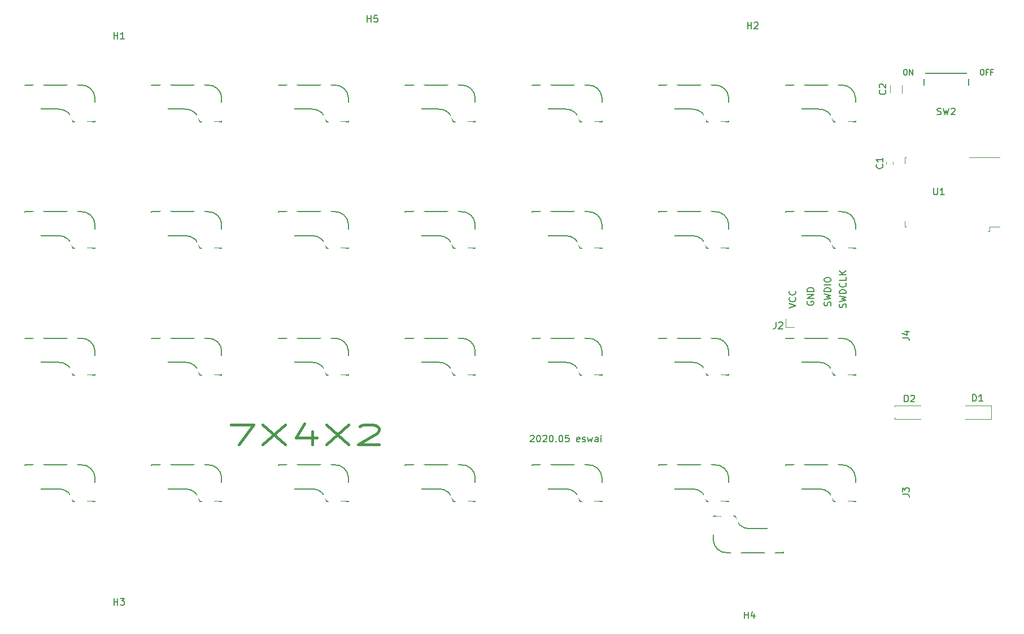
<source format=gto>
G04 #@! TF.GenerationSoftware,KiCad,Pcbnew,(5.1.6)-1*
G04 #@! TF.CreationDate,2020-05-31T11:49:10+09:00*
G04 #@! TF.ProjectId,7x4x2-pcb,37783478-322d-4706-9362-2e6b69636164,rev?*
G04 #@! TF.SameCoordinates,PX2faf080PY2faf080*
G04 #@! TF.FileFunction,Legend,Top*
G04 #@! TF.FilePolarity,Positive*
%FSLAX46Y46*%
G04 Gerber Fmt 4.6, Leading zero omitted, Abs format (unit mm)*
G04 Created by KiCad (PCBNEW (5.1.6)-1) date 2020-05-31 11:49:10*
%MOMM*%
%LPD*%
G01*
G04 APERTURE LIST*
%ADD10C,0.150000*%
%ADD11C,0.400000*%
%ADD12C,0.120000*%
%ADD13C,4.700000*%
%ADD14R,0.900000X2.000000*%
%ADD15R,2.000000X0.900000*%
%ADD16C,2.300000*%
%ADD17C,4.500000*%
%ADD18C,3.400000*%
%ADD19R,2.700000X2.800000*%
%ADD20C,3.200000*%
%ADD21R,8.000000X8.000000*%
%ADD22R,1.300000X1.600000*%
%ADD23R,2.100000X2.100000*%
%ADD24O,2.100000X2.100000*%
%ADD25C,2.100000*%
%ADD26C,1.300000*%
%ADD27R,1.100000X2.400000*%
%ADD28R,1.700000X1.200000*%
G04 APERTURE END LIST*
D10*
X121860524Y-62214925D02*
X122860524Y-61881592D01*
X121860524Y-61548259D01*
X122765286Y-60643497D02*
X122812905Y-60691116D01*
X122860524Y-60833973D01*
X122860524Y-60929211D01*
X122812905Y-61072068D01*
X122717667Y-61167306D01*
X122622429Y-61214925D01*
X122431953Y-61262544D01*
X122289096Y-61262544D01*
X122098620Y-61214925D01*
X122003382Y-61167306D01*
X121908144Y-61072068D01*
X121860524Y-60929211D01*
X121860524Y-60833973D01*
X121908144Y-60691116D01*
X121955763Y-60643497D01*
X122765286Y-59643497D02*
X122812905Y-59691116D01*
X122860524Y-59833973D01*
X122860524Y-59929211D01*
X122812905Y-60072068D01*
X122717667Y-60167306D01*
X122622429Y-60214925D01*
X122431953Y-60262544D01*
X122289096Y-60262544D01*
X122098620Y-60214925D01*
X122003382Y-60167306D01*
X121908144Y-60072068D01*
X121860524Y-59929211D01*
X121860524Y-59833973D01*
X121908144Y-59691116D01*
X121955763Y-59643497D01*
X124598620Y-61238735D02*
X124551000Y-61333973D01*
X124551000Y-61476830D01*
X124598620Y-61619687D01*
X124693858Y-61714925D01*
X124789096Y-61762544D01*
X124979572Y-61810163D01*
X125122429Y-61810163D01*
X125312905Y-61762544D01*
X125408143Y-61714925D01*
X125503381Y-61619687D01*
X125551000Y-61476830D01*
X125551000Y-61381592D01*
X125503381Y-61238735D01*
X125455762Y-61191116D01*
X125122429Y-61191116D01*
X125122429Y-61381592D01*
X125551000Y-60762544D02*
X124551000Y-60762544D01*
X125551000Y-60191116D01*
X124551000Y-60191116D01*
X125551000Y-59714925D02*
X124551000Y-59714925D01*
X124551000Y-59476830D01*
X124598620Y-59333973D01*
X124693858Y-59238735D01*
X124789096Y-59191116D01*
X124979572Y-59143497D01*
X125122429Y-59143497D01*
X125312905Y-59191116D01*
X125408143Y-59238735D01*
X125503381Y-59333973D01*
X125551000Y-59476830D01*
X125551000Y-59714925D01*
X128074810Y-61881592D02*
X128122429Y-61738735D01*
X128122429Y-61500640D01*
X128074810Y-61405401D01*
X128027191Y-61357782D01*
X127931953Y-61310163D01*
X127836715Y-61310163D01*
X127741477Y-61357782D01*
X127693858Y-61405401D01*
X127646239Y-61500640D01*
X127598620Y-61691116D01*
X127551001Y-61786354D01*
X127503382Y-61833973D01*
X127408144Y-61881592D01*
X127312906Y-61881592D01*
X127217668Y-61833973D01*
X127170049Y-61786354D01*
X127122429Y-61691116D01*
X127122429Y-61453021D01*
X127170049Y-61310163D01*
X127122429Y-60976830D02*
X128122429Y-60738735D01*
X127408144Y-60548259D01*
X128122429Y-60357782D01*
X127122429Y-60119687D01*
X128122429Y-59738735D02*
X127122429Y-59738735D01*
X127122429Y-59500640D01*
X127170049Y-59357782D01*
X127265287Y-59262544D01*
X127360525Y-59214925D01*
X127551001Y-59167306D01*
X127693858Y-59167306D01*
X127884334Y-59214925D01*
X127979572Y-59262544D01*
X128074810Y-59357782D01*
X128122429Y-59500640D01*
X128122429Y-59738735D01*
X128122429Y-58738735D02*
X127122429Y-58738735D01*
X127122429Y-58072068D02*
X127122429Y-57881592D01*
X127170049Y-57786354D01*
X127265287Y-57691116D01*
X127455763Y-57643497D01*
X127789096Y-57643497D01*
X127979572Y-57691116D01*
X128074810Y-57786354D01*
X128122429Y-57881592D01*
X128122429Y-58072068D01*
X128074810Y-58167306D01*
X127979572Y-58262544D01*
X127789096Y-58310163D01*
X127455763Y-58310163D01*
X127265287Y-58262544D01*
X127170049Y-58167306D01*
X127122429Y-58072068D01*
X130360524Y-62167306D02*
X130408143Y-62024449D01*
X130408143Y-61786354D01*
X130360524Y-61691116D01*
X130312905Y-61643497D01*
X130217667Y-61595878D01*
X130122429Y-61595878D01*
X130027191Y-61643497D01*
X129979572Y-61691116D01*
X129931953Y-61786354D01*
X129884334Y-61976830D01*
X129836715Y-62072068D01*
X129789096Y-62119687D01*
X129693858Y-62167306D01*
X129598620Y-62167306D01*
X129503382Y-62119687D01*
X129455763Y-62072068D01*
X129408143Y-61976830D01*
X129408143Y-61738735D01*
X129455763Y-61595878D01*
X129408143Y-61262544D02*
X130408143Y-61024449D01*
X129693858Y-60833973D01*
X130408143Y-60643497D01*
X129408143Y-60405401D01*
X130408143Y-60024449D02*
X129408143Y-60024449D01*
X129408143Y-59786354D01*
X129455763Y-59643497D01*
X129551001Y-59548259D01*
X129646239Y-59500640D01*
X129836715Y-59453021D01*
X129979572Y-59453021D01*
X130170048Y-59500640D01*
X130265286Y-59548259D01*
X130360524Y-59643497D01*
X130408143Y-59786354D01*
X130408143Y-60024449D01*
X130312905Y-58453021D02*
X130360524Y-58500640D01*
X130408143Y-58643497D01*
X130408143Y-58738735D01*
X130360524Y-58881592D01*
X130265286Y-58976830D01*
X130170048Y-59024449D01*
X129979572Y-59072068D01*
X129836715Y-59072068D01*
X129646239Y-59024449D01*
X129551001Y-58976830D01*
X129455763Y-58881592D01*
X129408143Y-58738735D01*
X129408143Y-58643497D01*
X129455763Y-58500640D01*
X129503382Y-58453021D01*
X130408143Y-57548259D02*
X130408143Y-58024449D01*
X129408143Y-58024449D01*
X130408143Y-57214925D02*
X129408143Y-57214925D01*
X130408143Y-56643497D02*
X129836715Y-57072068D01*
X129408143Y-56643497D02*
X129979572Y-57214925D01*
X83067667Y-81403140D02*
X83115286Y-81355521D01*
X83210524Y-81307901D01*
X83448620Y-81307901D01*
X83543858Y-81355521D01*
X83591477Y-81403140D01*
X83639096Y-81498378D01*
X83639096Y-81593616D01*
X83591477Y-81736473D01*
X83020048Y-82307901D01*
X83639096Y-82307901D01*
X84258143Y-81307901D02*
X84353381Y-81307901D01*
X84448620Y-81355521D01*
X84496239Y-81403140D01*
X84543858Y-81498378D01*
X84591477Y-81688854D01*
X84591477Y-81926949D01*
X84543858Y-82117425D01*
X84496239Y-82212663D01*
X84448620Y-82260282D01*
X84353381Y-82307901D01*
X84258143Y-82307901D01*
X84162905Y-82260282D01*
X84115286Y-82212663D01*
X84067667Y-82117425D01*
X84020048Y-81926949D01*
X84020048Y-81688854D01*
X84067667Y-81498378D01*
X84115286Y-81403140D01*
X84162905Y-81355521D01*
X84258143Y-81307901D01*
X84972429Y-81403140D02*
X85020048Y-81355521D01*
X85115286Y-81307901D01*
X85353381Y-81307901D01*
X85448620Y-81355521D01*
X85496239Y-81403140D01*
X85543858Y-81498378D01*
X85543858Y-81593616D01*
X85496239Y-81736473D01*
X84924810Y-82307901D01*
X85543858Y-82307901D01*
X86162905Y-81307901D02*
X86258143Y-81307901D01*
X86353381Y-81355521D01*
X86401001Y-81403140D01*
X86448620Y-81498378D01*
X86496239Y-81688854D01*
X86496239Y-81926949D01*
X86448620Y-82117425D01*
X86401001Y-82212663D01*
X86353381Y-82260282D01*
X86258143Y-82307901D01*
X86162905Y-82307901D01*
X86067667Y-82260282D01*
X86020048Y-82212663D01*
X85972429Y-82117425D01*
X85924810Y-81926949D01*
X85924810Y-81688854D01*
X85972429Y-81498378D01*
X86020048Y-81403140D01*
X86067667Y-81355521D01*
X86162905Y-81307901D01*
X86924810Y-82212663D02*
X86972429Y-82260282D01*
X86924810Y-82307901D01*
X86877191Y-82260282D01*
X86924810Y-82212663D01*
X86924810Y-82307901D01*
X87591477Y-81307901D02*
X87686715Y-81307901D01*
X87781953Y-81355521D01*
X87829572Y-81403140D01*
X87877191Y-81498378D01*
X87924810Y-81688854D01*
X87924810Y-81926949D01*
X87877191Y-82117425D01*
X87829572Y-82212663D01*
X87781953Y-82260282D01*
X87686715Y-82307901D01*
X87591477Y-82307901D01*
X87496239Y-82260282D01*
X87448620Y-82212663D01*
X87401001Y-82117425D01*
X87353381Y-81926949D01*
X87353381Y-81688854D01*
X87401001Y-81498378D01*
X87448620Y-81403140D01*
X87496239Y-81355521D01*
X87591477Y-81307901D01*
X88829572Y-81307901D02*
X88353381Y-81307901D01*
X88305762Y-81784092D01*
X88353381Y-81736473D01*
X88448620Y-81688854D01*
X88686715Y-81688854D01*
X88781953Y-81736473D01*
X88829572Y-81784092D01*
X88877191Y-81879330D01*
X88877191Y-82117425D01*
X88829572Y-82212663D01*
X88781953Y-82260282D01*
X88686715Y-82307901D01*
X88448620Y-82307901D01*
X88353381Y-82260282D01*
X88305762Y-82212663D01*
X90448620Y-82260282D02*
X90353381Y-82307901D01*
X90162905Y-82307901D01*
X90067667Y-82260282D01*
X90020048Y-82165044D01*
X90020048Y-81784092D01*
X90067667Y-81688854D01*
X90162905Y-81641235D01*
X90353381Y-81641235D01*
X90448620Y-81688854D01*
X90496239Y-81784092D01*
X90496239Y-81879330D01*
X90020048Y-81974568D01*
X90877191Y-82260282D02*
X90972429Y-82307901D01*
X91162905Y-82307901D01*
X91258143Y-82260282D01*
X91305762Y-82165044D01*
X91305762Y-82117425D01*
X91258143Y-82022187D01*
X91162905Y-81974568D01*
X91020048Y-81974568D01*
X90924810Y-81926949D01*
X90877191Y-81831711D01*
X90877191Y-81784092D01*
X90924810Y-81688854D01*
X91020048Y-81641235D01*
X91162905Y-81641235D01*
X91258143Y-81688854D01*
X91639096Y-81641235D02*
X91829572Y-82307901D01*
X92020048Y-81831711D01*
X92210524Y-82307901D01*
X92401001Y-81641235D01*
X93210524Y-82307901D02*
X93210524Y-81784092D01*
X93162905Y-81688854D01*
X93067667Y-81641235D01*
X92877191Y-81641235D01*
X92781953Y-81688854D01*
X93210524Y-82260282D02*
X93115286Y-82307901D01*
X92877191Y-82307901D01*
X92781953Y-82260282D01*
X92734334Y-82165044D01*
X92734334Y-82069806D01*
X92781953Y-81974568D01*
X92877191Y-81926949D01*
X93115286Y-81926949D01*
X93210524Y-81879330D01*
X93686715Y-82307901D02*
X93686715Y-81641235D01*
X93686715Y-81307901D02*
X93639096Y-81355521D01*
X93686715Y-81403140D01*
X93734334Y-81355521D01*
X93686715Y-81307901D01*
X93686715Y-81403140D01*
D11*
X38210524Y-79712663D02*
X41543858Y-79712663D01*
X39401001Y-82712663D01*
X42972429Y-79712663D02*
X46305762Y-82712663D01*
X46305762Y-79712663D02*
X42972429Y-82712663D01*
X50353381Y-80712663D02*
X50353381Y-82712663D01*
X49162905Y-79569806D02*
X47972429Y-81712663D01*
X51067667Y-81712663D01*
X52496239Y-79712663D02*
X55829572Y-82712663D01*
X55829572Y-79712663D02*
X52496239Y-82712663D01*
X57496239Y-79998378D02*
X57734334Y-79855521D01*
X58210524Y-79712663D01*
X59401001Y-79712663D01*
X59877191Y-79855521D01*
X60115286Y-79998378D01*
X60353381Y-80284092D01*
X60353381Y-80569806D01*
X60115286Y-80998378D01*
X57258143Y-82712663D01*
X60353381Y-82712663D01*
D10*
X150739096Y-26417425D02*
X150891477Y-26417425D01*
X150967667Y-26455521D01*
X151043858Y-26531711D01*
X151081953Y-26684092D01*
X151081953Y-26950759D01*
X151043858Y-27103140D01*
X150967667Y-27179330D01*
X150891477Y-27217425D01*
X150739096Y-27217425D01*
X150662905Y-27179330D01*
X150586715Y-27103140D01*
X150548620Y-26950759D01*
X150548620Y-26684092D01*
X150586715Y-26531711D01*
X150662905Y-26455521D01*
X150739096Y-26417425D01*
X151691477Y-26798378D02*
X151424810Y-26798378D01*
X151424810Y-27217425D02*
X151424810Y-26417425D01*
X151805762Y-26417425D01*
X152377191Y-26798378D02*
X152110524Y-26798378D01*
X152110524Y-27217425D02*
X152110524Y-26417425D01*
X152491477Y-26417425D01*
X139205762Y-26417425D02*
X139358143Y-26417425D01*
X139434334Y-26455521D01*
X139510524Y-26531711D01*
X139548620Y-26684092D01*
X139548620Y-26950759D01*
X139510524Y-27103140D01*
X139434334Y-27179330D01*
X139358143Y-27217425D01*
X139205762Y-27217425D01*
X139129572Y-27179330D01*
X139053381Y-27103140D01*
X139015286Y-26950759D01*
X139015286Y-26684092D01*
X139053381Y-26531711D01*
X139129572Y-26455521D01*
X139205762Y-26417425D01*
X139891477Y-27217425D02*
X139891477Y-26417425D01*
X140348620Y-27217425D01*
X140348620Y-26417425D01*
D12*
X148830001Y-39648521D02*
X153402001Y-39648521D01*
X151878001Y-50697521D02*
X150989001Y-50697521D01*
X151878001Y-50062521D02*
X151878001Y-50697521D01*
X153402001Y-50062521D02*
X151878001Y-50062521D01*
X139178001Y-39648521D02*
X139432001Y-39648521D01*
X139178001Y-50062521D02*
X139178001Y-49173521D01*
X139432001Y-50062521D02*
X139178001Y-50062521D01*
X139178001Y-39648521D02*
X139178001Y-40537521D01*
D10*
X121001001Y-95355521D02*
X121001001Y-96155521D01*
X110501001Y-93455521D02*
X110501001Y-93655521D01*
X110501001Y-97055521D02*
X110501001Y-96255521D01*
X110501001Y-93455521D02*
X113781001Y-93455521D01*
X116001001Y-95355521D02*
X121001001Y-95355521D01*
X121001001Y-98955521D02*
X112601001Y-98955522D01*
X121001001Y-98755521D02*
X121001001Y-98955521D01*
X110501000Y-97055521D02*
G75*
G03*
X112601001Y-98955522I2000001J100000D01*
G01*
X113784683Y-93476992D02*
G75*
G03*
X116001001Y-95355521I2151318J291471D01*
G01*
X121301001Y-89355521D02*
X121301001Y-88555521D01*
X131801001Y-91255521D02*
X131801001Y-91055521D01*
X131801001Y-87655521D02*
X131801001Y-88455521D01*
X131801001Y-91255521D02*
X128521001Y-91255521D01*
X126301001Y-89355521D02*
X121301001Y-89355521D01*
X121301001Y-85755521D02*
X129701001Y-85755520D01*
X121301001Y-85955521D02*
X121301001Y-85755521D01*
X131801002Y-87655521D02*
G75*
G03*
X129701001Y-85755520I-2000001J-100000D01*
G01*
X128517319Y-91234050D02*
G75*
G03*
X126301001Y-89355521I-2151318J-291471D01*
G01*
X102301001Y-89355521D02*
X102301001Y-88555521D01*
X112801001Y-91255521D02*
X112801001Y-91055521D01*
X112801001Y-87655521D02*
X112801001Y-88455521D01*
X112801001Y-91255521D02*
X109521001Y-91255521D01*
X107301001Y-89355521D02*
X102301001Y-89355521D01*
X102301001Y-85755521D02*
X110701001Y-85755520D01*
X102301001Y-85955521D02*
X102301001Y-85755521D01*
X112801002Y-87655521D02*
G75*
G03*
X110701001Y-85755520I-2000001J-100000D01*
G01*
X109517319Y-91234050D02*
G75*
G03*
X107301001Y-89355521I-2151318J-291471D01*
G01*
X83301001Y-89355521D02*
X83301001Y-88555521D01*
X93801001Y-91255521D02*
X93801001Y-91055521D01*
X93801001Y-87655521D02*
X93801001Y-88455521D01*
X93801001Y-91255521D02*
X90521001Y-91255521D01*
X88301001Y-89355521D02*
X83301001Y-89355521D01*
X83301001Y-85755521D02*
X91701001Y-85755520D01*
X83301001Y-85955521D02*
X83301001Y-85755521D01*
X93801002Y-87655521D02*
G75*
G03*
X91701001Y-85755520I-2000001J-100000D01*
G01*
X90517319Y-91234050D02*
G75*
G03*
X88301001Y-89355521I-2151318J-291471D01*
G01*
X64301001Y-89355521D02*
X64301001Y-88555521D01*
X74801001Y-91255521D02*
X74801001Y-91055521D01*
X74801001Y-87655521D02*
X74801001Y-88455521D01*
X74801001Y-91255521D02*
X71521001Y-91255521D01*
X69301001Y-89355521D02*
X64301001Y-89355521D01*
X64301001Y-85755521D02*
X72701001Y-85755520D01*
X64301001Y-85955521D02*
X64301001Y-85755521D01*
X74801002Y-87655521D02*
G75*
G03*
X72701001Y-85755520I-2000001J-100000D01*
G01*
X71517319Y-91234050D02*
G75*
G03*
X69301001Y-89355521I-2151318J-291471D01*
G01*
X45301001Y-89355521D02*
X45301001Y-88555521D01*
X55801001Y-91255521D02*
X55801001Y-91055521D01*
X55801001Y-87655521D02*
X55801001Y-88455521D01*
X55801001Y-91255521D02*
X52521001Y-91255521D01*
X50301001Y-89355521D02*
X45301001Y-89355521D01*
X45301001Y-85755521D02*
X53701001Y-85755520D01*
X45301001Y-85955521D02*
X45301001Y-85755521D01*
X55801002Y-87655521D02*
G75*
G03*
X53701001Y-85755520I-2000001J-100000D01*
G01*
X52517319Y-91234050D02*
G75*
G03*
X50301001Y-89355521I-2151318J-291471D01*
G01*
X26301001Y-89355521D02*
X26301001Y-88555521D01*
X36801001Y-91255521D02*
X36801001Y-91055521D01*
X36801001Y-87655521D02*
X36801001Y-88455521D01*
X36801001Y-91255521D02*
X33521001Y-91255521D01*
X31301001Y-89355521D02*
X26301001Y-89355521D01*
X26301001Y-85755521D02*
X34701001Y-85755520D01*
X26301001Y-85955521D02*
X26301001Y-85755521D01*
X36801002Y-87655521D02*
G75*
G03*
X34701001Y-85755520I-2000001J-100000D01*
G01*
X33517319Y-91234050D02*
G75*
G03*
X31301001Y-89355521I-2151318J-291471D01*
G01*
X7301001Y-89355521D02*
X7301001Y-88555521D01*
X17801001Y-91255521D02*
X17801001Y-91055521D01*
X17801001Y-87655521D02*
X17801001Y-88455521D01*
X17801001Y-91255521D02*
X14521001Y-91255521D01*
X12301001Y-89355521D02*
X7301001Y-89355521D01*
X7301001Y-85755521D02*
X15701001Y-85755520D01*
X7301001Y-85955521D02*
X7301001Y-85755521D01*
X17801002Y-87655521D02*
G75*
G03*
X15701001Y-85755520I-2000001J-100000D01*
G01*
X14517319Y-91234050D02*
G75*
G03*
X12301001Y-89355521I-2151318J-291471D01*
G01*
X121301001Y-70355521D02*
X121301001Y-69555521D01*
X131801001Y-72255521D02*
X131801001Y-72055521D01*
X131801001Y-68655521D02*
X131801001Y-69455521D01*
X131801001Y-72255521D02*
X128521001Y-72255521D01*
X126301001Y-70355521D02*
X121301001Y-70355521D01*
X121301001Y-66755521D02*
X129701001Y-66755520D01*
X121301001Y-66955521D02*
X121301001Y-66755521D01*
X131801002Y-68655521D02*
G75*
G03*
X129701001Y-66755520I-2000001J-100000D01*
G01*
X128517319Y-72234050D02*
G75*
G03*
X126301001Y-70355521I-2151318J-291471D01*
G01*
X102301001Y-70355521D02*
X102301001Y-69555521D01*
X112801001Y-72255521D02*
X112801001Y-72055521D01*
X112801001Y-68655521D02*
X112801001Y-69455521D01*
X112801001Y-72255521D02*
X109521001Y-72255521D01*
X107301001Y-70355521D02*
X102301001Y-70355521D01*
X102301001Y-66755521D02*
X110701001Y-66755520D01*
X102301001Y-66955521D02*
X102301001Y-66755521D01*
X112801002Y-68655521D02*
G75*
G03*
X110701001Y-66755520I-2000001J-100000D01*
G01*
X109517319Y-72234050D02*
G75*
G03*
X107301001Y-70355521I-2151318J-291471D01*
G01*
X83301001Y-70355521D02*
X83301001Y-69555521D01*
X93801001Y-72255521D02*
X93801001Y-72055521D01*
X93801001Y-68655521D02*
X93801001Y-69455521D01*
X93801001Y-72255521D02*
X90521001Y-72255521D01*
X88301001Y-70355521D02*
X83301001Y-70355521D01*
X83301001Y-66755521D02*
X91701001Y-66755520D01*
X83301001Y-66955521D02*
X83301001Y-66755521D01*
X93801002Y-68655521D02*
G75*
G03*
X91701001Y-66755520I-2000001J-100000D01*
G01*
X90517319Y-72234050D02*
G75*
G03*
X88301001Y-70355521I-2151318J-291471D01*
G01*
X64301001Y-70355521D02*
X64301001Y-69555521D01*
X74801001Y-72255521D02*
X74801001Y-72055521D01*
X74801001Y-68655521D02*
X74801001Y-69455521D01*
X74801001Y-72255521D02*
X71521001Y-72255521D01*
X69301001Y-70355521D02*
X64301001Y-70355521D01*
X64301001Y-66755521D02*
X72701001Y-66755520D01*
X64301001Y-66955521D02*
X64301001Y-66755521D01*
X74801002Y-68655521D02*
G75*
G03*
X72701001Y-66755520I-2000001J-100000D01*
G01*
X71517319Y-72234050D02*
G75*
G03*
X69301001Y-70355521I-2151318J-291471D01*
G01*
X45301001Y-70355521D02*
X45301001Y-69555521D01*
X55801001Y-72255521D02*
X55801001Y-72055521D01*
X55801001Y-68655521D02*
X55801001Y-69455521D01*
X55801001Y-72255521D02*
X52521001Y-72255521D01*
X50301001Y-70355521D02*
X45301001Y-70355521D01*
X45301001Y-66755521D02*
X53701001Y-66755520D01*
X45301001Y-66955521D02*
X45301001Y-66755521D01*
X55801002Y-68655521D02*
G75*
G03*
X53701001Y-66755520I-2000001J-100000D01*
G01*
X52517319Y-72234050D02*
G75*
G03*
X50301001Y-70355521I-2151318J-291471D01*
G01*
X26301001Y-70355521D02*
X26301001Y-69555521D01*
X36801001Y-72255521D02*
X36801001Y-72055521D01*
X36801001Y-68655521D02*
X36801001Y-69455521D01*
X36801001Y-72255521D02*
X33521001Y-72255521D01*
X31301001Y-70355521D02*
X26301001Y-70355521D01*
X26301001Y-66755521D02*
X34701001Y-66755520D01*
X26301001Y-66955521D02*
X26301001Y-66755521D01*
X36801002Y-68655521D02*
G75*
G03*
X34701001Y-66755520I-2000001J-100000D01*
G01*
X33517319Y-72234050D02*
G75*
G03*
X31301001Y-70355521I-2151318J-291471D01*
G01*
X7301001Y-70355521D02*
X7301001Y-69555521D01*
X17801001Y-72255521D02*
X17801001Y-72055521D01*
X17801001Y-68655521D02*
X17801001Y-69455521D01*
X17801001Y-72255521D02*
X14521001Y-72255521D01*
X12301001Y-70355521D02*
X7301001Y-70355521D01*
X7301001Y-66755521D02*
X15701001Y-66755520D01*
X7301001Y-66955521D02*
X7301001Y-66755521D01*
X17801002Y-68655521D02*
G75*
G03*
X15701001Y-66755520I-2000001J-100000D01*
G01*
X14517319Y-72234050D02*
G75*
G03*
X12301001Y-70355521I-2151318J-291471D01*
G01*
X121301001Y-51355521D02*
X121301001Y-50555521D01*
X131801001Y-53255521D02*
X131801001Y-53055521D01*
X131801001Y-49655521D02*
X131801001Y-50455521D01*
X131801001Y-53255521D02*
X128521001Y-53255521D01*
X126301001Y-51355521D02*
X121301001Y-51355521D01*
X121301001Y-47755521D02*
X129701001Y-47755520D01*
X121301001Y-47955521D02*
X121301001Y-47755521D01*
X131801002Y-49655521D02*
G75*
G03*
X129701001Y-47755520I-2000001J-100000D01*
G01*
X128517319Y-53234050D02*
G75*
G03*
X126301001Y-51355521I-2151318J-291471D01*
G01*
X102301001Y-51355521D02*
X102301001Y-50555521D01*
X112801001Y-53255521D02*
X112801001Y-53055521D01*
X112801001Y-49655521D02*
X112801001Y-50455521D01*
X112801001Y-53255521D02*
X109521001Y-53255521D01*
X107301001Y-51355521D02*
X102301001Y-51355521D01*
X102301001Y-47755521D02*
X110701001Y-47755520D01*
X102301001Y-47955521D02*
X102301001Y-47755521D01*
X112801002Y-49655521D02*
G75*
G03*
X110701001Y-47755520I-2000001J-100000D01*
G01*
X109517319Y-53234050D02*
G75*
G03*
X107301001Y-51355521I-2151318J-291471D01*
G01*
X83301001Y-51355521D02*
X83301001Y-50555521D01*
X93801001Y-53255521D02*
X93801001Y-53055521D01*
X93801001Y-49655521D02*
X93801001Y-50455521D01*
X93801001Y-53255521D02*
X90521001Y-53255521D01*
X88301001Y-51355521D02*
X83301001Y-51355521D01*
X83301001Y-47755521D02*
X91701001Y-47755520D01*
X83301001Y-47955521D02*
X83301001Y-47755521D01*
X93801002Y-49655521D02*
G75*
G03*
X91701001Y-47755520I-2000001J-100000D01*
G01*
X90517319Y-53234050D02*
G75*
G03*
X88301001Y-51355521I-2151318J-291471D01*
G01*
X64301001Y-51355521D02*
X64301001Y-50555521D01*
X74801001Y-53255521D02*
X74801001Y-53055521D01*
X74801001Y-49655521D02*
X74801001Y-50455521D01*
X74801001Y-53255521D02*
X71521001Y-53255521D01*
X69301001Y-51355521D02*
X64301001Y-51355521D01*
X64301001Y-47755521D02*
X72701001Y-47755520D01*
X64301001Y-47955521D02*
X64301001Y-47755521D01*
X74801002Y-49655521D02*
G75*
G03*
X72701001Y-47755520I-2000001J-100000D01*
G01*
X71517319Y-53234050D02*
G75*
G03*
X69301001Y-51355521I-2151318J-291471D01*
G01*
X45301001Y-51355521D02*
X45301001Y-50555521D01*
X55801001Y-53255521D02*
X55801001Y-53055521D01*
X55801001Y-49655521D02*
X55801001Y-50455521D01*
X55801001Y-53255521D02*
X52521001Y-53255521D01*
X50301001Y-51355521D02*
X45301001Y-51355521D01*
X45301001Y-47755521D02*
X53701001Y-47755520D01*
X45301001Y-47955521D02*
X45301001Y-47755521D01*
X55801002Y-49655521D02*
G75*
G03*
X53701001Y-47755520I-2000001J-100000D01*
G01*
X52517319Y-53234050D02*
G75*
G03*
X50301001Y-51355521I-2151318J-291471D01*
G01*
X26301001Y-51355521D02*
X26301001Y-50555521D01*
X36801001Y-53255521D02*
X36801001Y-53055521D01*
X36801001Y-49655521D02*
X36801001Y-50455521D01*
X36801001Y-53255521D02*
X33521001Y-53255521D01*
X31301001Y-51355521D02*
X26301001Y-51355521D01*
X26301001Y-47755521D02*
X34701001Y-47755520D01*
X26301001Y-47955521D02*
X26301001Y-47755521D01*
X36801002Y-49655521D02*
G75*
G03*
X34701001Y-47755520I-2000001J-100000D01*
G01*
X33517319Y-53234050D02*
G75*
G03*
X31301001Y-51355521I-2151318J-291471D01*
G01*
X7301001Y-51355521D02*
X7301001Y-50555521D01*
X17801001Y-53255521D02*
X17801001Y-53055521D01*
X17801001Y-49655521D02*
X17801001Y-50455521D01*
X17801001Y-53255521D02*
X14521001Y-53255521D01*
X12301001Y-51355521D02*
X7301001Y-51355521D01*
X7301001Y-47755521D02*
X15701001Y-47755520D01*
X7301001Y-47955521D02*
X7301001Y-47755521D01*
X17801002Y-49655521D02*
G75*
G03*
X15701001Y-47755520I-2000001J-100000D01*
G01*
X14517319Y-53234050D02*
G75*
G03*
X12301001Y-51355521I-2151318J-291471D01*
G01*
X121301001Y-32355521D02*
X121301001Y-31555521D01*
X131801001Y-34255521D02*
X131801001Y-34055521D01*
X131801001Y-30655521D02*
X131801001Y-31455521D01*
X131801001Y-34255521D02*
X128521001Y-34255521D01*
X126301001Y-32355521D02*
X121301001Y-32355521D01*
X121301001Y-28755521D02*
X129701001Y-28755520D01*
X121301001Y-28955521D02*
X121301001Y-28755521D01*
X131801002Y-30655521D02*
G75*
G03*
X129701001Y-28755520I-2000001J-100000D01*
G01*
X128517319Y-34234050D02*
G75*
G03*
X126301001Y-32355521I-2151318J-291471D01*
G01*
X102301001Y-32355521D02*
X102301001Y-31555521D01*
X112801001Y-34255521D02*
X112801001Y-34055521D01*
X112801001Y-30655521D02*
X112801001Y-31455521D01*
X112801001Y-34255521D02*
X109521001Y-34255521D01*
X107301001Y-32355521D02*
X102301001Y-32355521D01*
X102301001Y-28755521D02*
X110701001Y-28755520D01*
X102301001Y-28955521D02*
X102301001Y-28755521D01*
X112801002Y-30655521D02*
G75*
G03*
X110701001Y-28755520I-2000001J-100000D01*
G01*
X109517319Y-34234050D02*
G75*
G03*
X107301001Y-32355521I-2151318J-291471D01*
G01*
X83301001Y-32355521D02*
X83301001Y-31555521D01*
X93801001Y-34255521D02*
X93801001Y-34055521D01*
X93801001Y-30655521D02*
X93801001Y-31455521D01*
X93801001Y-34255521D02*
X90521001Y-34255521D01*
X88301001Y-32355521D02*
X83301001Y-32355521D01*
X83301001Y-28755521D02*
X91701001Y-28755520D01*
X83301001Y-28955521D02*
X83301001Y-28755521D01*
X93801002Y-30655521D02*
G75*
G03*
X91701001Y-28755520I-2000001J-100000D01*
G01*
X90517319Y-34234050D02*
G75*
G03*
X88301001Y-32355521I-2151318J-291471D01*
G01*
X64301001Y-32355521D02*
X64301001Y-31555521D01*
X74801001Y-34255521D02*
X74801001Y-34055521D01*
X74801001Y-30655521D02*
X74801001Y-31455521D01*
X74801001Y-34255521D02*
X71521001Y-34255521D01*
X69301001Y-32355521D02*
X64301001Y-32355521D01*
X64301001Y-28755521D02*
X72701001Y-28755520D01*
X64301001Y-28955521D02*
X64301001Y-28755521D01*
X74801002Y-30655521D02*
G75*
G03*
X72701001Y-28755520I-2000001J-100000D01*
G01*
X71517319Y-34234050D02*
G75*
G03*
X69301001Y-32355521I-2151318J-291471D01*
G01*
X45301001Y-32355521D02*
X45301001Y-31555521D01*
X55801001Y-34255521D02*
X55801001Y-34055521D01*
X55801001Y-30655521D02*
X55801001Y-31455521D01*
X55801001Y-34255521D02*
X52521001Y-34255521D01*
X50301001Y-32355521D02*
X45301001Y-32355521D01*
X45301001Y-28755521D02*
X53701001Y-28755520D01*
X45301001Y-28955521D02*
X45301001Y-28755521D01*
X55801002Y-30655521D02*
G75*
G03*
X53701001Y-28755520I-2000001J-100000D01*
G01*
X52517319Y-34234050D02*
G75*
G03*
X50301001Y-32355521I-2151318J-291471D01*
G01*
X26301001Y-32355521D02*
X26301001Y-31555521D01*
X36801001Y-34255521D02*
X36801001Y-34055521D01*
X36801001Y-30655521D02*
X36801001Y-31455521D01*
X36801001Y-34255521D02*
X33521001Y-34255521D01*
X31301001Y-32355521D02*
X26301001Y-32355521D01*
X26301001Y-28755521D02*
X34701001Y-28755520D01*
X26301001Y-28955521D02*
X26301001Y-28755521D01*
X36801002Y-30655521D02*
G75*
G03*
X34701001Y-28755520I-2000001J-100000D01*
G01*
X33517319Y-34234050D02*
G75*
G03*
X31301001Y-32355521I-2151318J-291471D01*
G01*
X7301001Y-32355521D02*
X7301001Y-31555521D01*
X17801001Y-34255521D02*
X17801001Y-34055521D01*
X17801001Y-30655521D02*
X17801001Y-31455521D01*
X17801001Y-34255521D02*
X14521001Y-34255521D01*
X12301001Y-32355521D02*
X7301001Y-32355521D01*
X7301001Y-28755521D02*
X15701001Y-28755520D01*
X7301001Y-28955521D02*
X7301001Y-28755521D01*
X17801002Y-30655521D02*
G75*
G03*
X15701001Y-28755520I-2000001J-100000D01*
G01*
X14517319Y-34234050D02*
G75*
G03*
X12301001Y-32355521I-2151318J-291471D01*
G01*
D12*
X137651001Y-76855521D02*
X137651001Y-78855521D01*
X137651001Y-78855521D02*
X141551001Y-78855521D01*
X137651001Y-76855521D02*
X141551001Y-76855521D01*
X152151001Y-78855521D02*
X152151001Y-76855521D01*
X152151001Y-76855521D02*
X148251001Y-76855521D01*
X152151001Y-78855521D02*
X148251001Y-78855521D01*
X138811001Y-28753457D02*
X138811001Y-29957585D01*
X136991001Y-28753457D02*
X136991001Y-29957585D01*
X122601001Y-65125521D02*
X121331001Y-65125521D01*
X121331001Y-65125521D02*
X121331001Y-63855521D01*
X136391001Y-40651788D02*
X136391001Y-40309254D01*
X137411001Y-40651788D02*
X137411001Y-40309254D01*
D10*
X148751001Y-29705521D02*
X148751001Y-27005521D01*
X142051001Y-29705521D02*
X142051001Y-27005521D01*
X148751001Y-27005521D02*
X142051001Y-27005521D01*
X58639096Y-19307901D02*
X58639096Y-18307901D01*
X58639096Y-18784092D02*
X59210524Y-18784092D01*
X59210524Y-19307901D02*
X59210524Y-18307901D01*
X60162905Y-18307901D02*
X59686715Y-18307901D01*
X59639096Y-18784092D01*
X59686715Y-18736473D01*
X59781953Y-18688854D01*
X60020048Y-18688854D01*
X60115286Y-18736473D01*
X60162905Y-18784092D01*
X60210524Y-18879330D01*
X60210524Y-19117425D01*
X60162905Y-19212663D01*
X60115286Y-19260282D01*
X60020048Y-19307901D01*
X59781953Y-19307901D01*
X59686715Y-19260282D01*
X59639096Y-19212663D01*
X143539096Y-44207901D02*
X143539096Y-45017425D01*
X143586715Y-45112663D01*
X143634334Y-45160282D01*
X143729572Y-45207901D01*
X143920048Y-45207901D01*
X144015286Y-45160282D01*
X144062905Y-45112663D01*
X144110524Y-45017425D01*
X144110524Y-44207901D01*
X145110524Y-45207901D02*
X144539096Y-45207901D01*
X144824810Y-45207901D02*
X144824810Y-44207901D01*
X144729572Y-44350759D01*
X144634334Y-44445997D01*
X144539096Y-44493616D01*
X115639096Y-20307901D02*
X115639096Y-19307901D01*
X115639096Y-19784092D02*
X116210524Y-19784092D01*
X116210524Y-20307901D02*
X116210524Y-19307901D01*
X116639096Y-19403140D02*
X116686715Y-19355521D01*
X116781953Y-19307901D01*
X117020048Y-19307901D01*
X117115286Y-19355521D01*
X117162905Y-19403140D01*
X117210524Y-19498378D01*
X117210524Y-19593616D01*
X117162905Y-19736473D01*
X116591477Y-20307901D01*
X117210524Y-20307901D01*
X115139096Y-108807901D02*
X115139096Y-107807901D01*
X115139096Y-108284092D02*
X115710524Y-108284092D01*
X115710524Y-108807901D02*
X115710524Y-107807901D01*
X116615286Y-108141235D02*
X116615286Y-108807901D01*
X116377191Y-107760282D02*
X116139096Y-108474568D01*
X116758143Y-108474568D01*
X20639096Y-106807901D02*
X20639096Y-105807901D01*
X20639096Y-106284092D02*
X21210524Y-106284092D01*
X21210524Y-106807901D02*
X21210524Y-105807901D01*
X21591477Y-105807901D02*
X22210524Y-105807901D01*
X21877191Y-106188854D01*
X22020048Y-106188854D01*
X22115286Y-106236473D01*
X22162905Y-106284092D01*
X22210524Y-106379330D01*
X22210524Y-106617425D01*
X22162905Y-106712663D01*
X22115286Y-106760282D01*
X22020048Y-106807901D01*
X21734334Y-106807901D01*
X21639096Y-106760282D01*
X21591477Y-106712663D01*
X20639096Y-21807901D02*
X20639096Y-20807901D01*
X20639096Y-21284092D02*
X21210524Y-21284092D01*
X21210524Y-21807901D02*
X21210524Y-20807901D01*
X22210524Y-21807901D02*
X21639096Y-21807901D01*
X21924810Y-21807901D02*
X21924810Y-20807901D01*
X21829572Y-20950759D01*
X21734334Y-21045997D01*
X21639096Y-21093616D01*
X138853381Y-66688854D02*
X139567667Y-66688854D01*
X139710524Y-66736473D01*
X139805762Y-66831711D01*
X139853381Y-66974568D01*
X139853381Y-67069806D01*
X139186715Y-65784092D02*
X139853381Y-65784092D01*
X138805762Y-66022187D02*
X139520048Y-66260282D01*
X139520048Y-65641235D01*
X138853381Y-90188854D02*
X139567667Y-90188854D01*
X139710524Y-90236473D01*
X139805762Y-90331711D01*
X139853381Y-90474568D01*
X139853381Y-90569806D01*
X138853381Y-89807901D02*
X138853381Y-89188854D01*
X139234334Y-89522187D01*
X139234334Y-89379330D01*
X139281953Y-89284092D01*
X139329572Y-89236473D01*
X139424810Y-89188854D01*
X139662905Y-89188854D01*
X139758143Y-89236473D01*
X139805762Y-89284092D01*
X139853381Y-89379330D01*
X139853381Y-89665044D01*
X139805762Y-89760282D01*
X139758143Y-89807901D01*
X139162905Y-76307901D02*
X139162905Y-75307901D01*
X139401001Y-75307901D01*
X139543858Y-75355521D01*
X139639096Y-75450759D01*
X139686715Y-75545997D01*
X139734334Y-75736473D01*
X139734334Y-75879330D01*
X139686715Y-76069806D01*
X139639096Y-76165044D01*
X139543858Y-76260282D01*
X139401001Y-76307901D01*
X139162905Y-76307901D01*
X140115286Y-75403140D02*
X140162905Y-75355521D01*
X140258143Y-75307901D01*
X140496239Y-75307901D01*
X140591477Y-75355521D01*
X140639096Y-75403140D01*
X140686715Y-75498378D01*
X140686715Y-75593616D01*
X140639096Y-75736473D01*
X140067667Y-76307901D01*
X140686715Y-76307901D01*
X149362905Y-76207901D02*
X149362905Y-75207901D01*
X149601001Y-75207901D01*
X149743858Y-75255521D01*
X149839096Y-75350759D01*
X149886715Y-75445997D01*
X149934334Y-75636473D01*
X149934334Y-75779330D01*
X149886715Y-75969806D01*
X149839096Y-76065044D01*
X149743858Y-76160282D01*
X149601001Y-76207901D01*
X149362905Y-76207901D01*
X150886715Y-76207901D02*
X150315286Y-76207901D01*
X150601001Y-76207901D02*
X150601001Y-75207901D01*
X150505762Y-75350759D01*
X150410524Y-75445997D01*
X150315286Y-75493616D01*
X136258143Y-29522187D02*
X136305762Y-29569806D01*
X136353381Y-29712663D01*
X136353381Y-29807901D01*
X136305762Y-29950759D01*
X136210524Y-30045997D01*
X136115286Y-30093616D01*
X135924810Y-30141235D01*
X135781953Y-30141235D01*
X135591477Y-30093616D01*
X135496239Y-30045997D01*
X135401001Y-29950759D01*
X135353381Y-29807901D01*
X135353381Y-29712663D01*
X135401001Y-29569806D01*
X135448620Y-29522187D01*
X135448620Y-29141235D02*
X135401001Y-29093616D01*
X135353381Y-28998378D01*
X135353381Y-28760282D01*
X135401001Y-28665044D01*
X135448620Y-28617425D01*
X135543858Y-28569806D01*
X135639096Y-28569806D01*
X135781953Y-28617425D01*
X136353381Y-29188854D01*
X136353381Y-28569806D01*
X119887667Y-64307901D02*
X119887667Y-65022187D01*
X119840048Y-65165044D01*
X119744810Y-65260282D01*
X119601953Y-65307901D01*
X119506715Y-65307901D01*
X120316239Y-64403140D02*
X120363858Y-64355521D01*
X120459096Y-64307901D01*
X120697191Y-64307901D01*
X120792429Y-64355521D01*
X120840048Y-64403140D01*
X120887667Y-64498378D01*
X120887667Y-64593616D01*
X120840048Y-64736473D01*
X120268620Y-65307901D01*
X120887667Y-65307901D01*
X135828143Y-40647187D02*
X135875762Y-40694806D01*
X135923381Y-40837663D01*
X135923381Y-40932901D01*
X135875762Y-41075759D01*
X135780524Y-41170997D01*
X135685286Y-41218616D01*
X135494810Y-41266235D01*
X135351953Y-41266235D01*
X135161477Y-41218616D01*
X135066239Y-41170997D01*
X134971001Y-41075759D01*
X134923381Y-40932901D01*
X134923381Y-40837663D01*
X134971001Y-40694806D01*
X135018620Y-40647187D01*
X135923381Y-39694806D02*
X135923381Y-40266235D01*
X135923381Y-39980521D02*
X134923381Y-39980521D01*
X135066239Y-40075759D01*
X135161477Y-40170997D01*
X135209096Y-40266235D01*
X144067667Y-33160282D02*
X144210524Y-33207901D01*
X144448620Y-33207901D01*
X144543858Y-33160282D01*
X144591477Y-33112663D01*
X144639096Y-33017425D01*
X144639096Y-32922187D01*
X144591477Y-32826949D01*
X144543858Y-32779330D01*
X144448620Y-32731711D01*
X144258143Y-32684092D01*
X144162905Y-32636473D01*
X144115286Y-32588854D01*
X144067667Y-32493616D01*
X144067667Y-32398378D01*
X144115286Y-32303140D01*
X144162905Y-32255521D01*
X144258143Y-32207901D01*
X144496239Y-32207901D01*
X144639096Y-32255521D01*
X144972429Y-32207901D02*
X145210524Y-33207901D01*
X145401001Y-32493616D01*
X145591477Y-33207901D01*
X145829572Y-32207901D01*
X146162905Y-32303140D02*
X146210524Y-32255521D01*
X146305762Y-32207901D01*
X146543858Y-32207901D01*
X146639096Y-32255521D01*
X146686715Y-32303140D01*
X146734334Y-32398378D01*
X146734334Y-32493616D01*
X146686715Y-32636473D01*
X146115286Y-33207901D01*
X146734334Y-33207901D01*
%LPC*%
D13*
X59401001Y-63855521D03*
D14*
X148251001Y-39755521D03*
X147501001Y-39755521D03*
X146751001Y-39755521D03*
X146001001Y-39755521D03*
X145251001Y-39755521D03*
X144501001Y-39755521D03*
X143751001Y-39755521D03*
X143001001Y-39755521D03*
X142251001Y-39755521D03*
X141501001Y-39755521D03*
X140751001Y-39755521D03*
X140001001Y-39755521D03*
D15*
X139401001Y-41105521D03*
X139401001Y-41855521D03*
X139401001Y-42605521D03*
X139401001Y-43355521D03*
X139401001Y-44105521D03*
X139401001Y-44855521D03*
X139401001Y-45605521D03*
X139401001Y-46355521D03*
X139401001Y-47105521D03*
X139401001Y-47855521D03*
X139401001Y-48605521D03*
D14*
X140001001Y-49955521D03*
X140751001Y-49955521D03*
X141501001Y-49955521D03*
X142251001Y-49955521D03*
X143001001Y-49955521D03*
X143751001Y-49955521D03*
X144501001Y-49955521D03*
X145251001Y-49955521D03*
X146001001Y-49955521D03*
X146751001Y-49955521D03*
X147501001Y-49955521D03*
X148251001Y-49955521D03*
X149001001Y-49955521D03*
X149751001Y-49955521D03*
X150501001Y-49955521D03*
X151251001Y-49955521D03*
D13*
X116401001Y-44855521D03*
X116401001Y-81855521D03*
X21401001Y-82855521D03*
X21401001Y-44855521D03*
D16*
X121481001Y-92355521D03*
X111321001Y-92355521D03*
D17*
X116401001Y-92355521D03*
D18*
X113861001Y-97435521D03*
X112591001Y-94895522D03*
X118941001Y-97435521D03*
X120211001Y-94895521D03*
D19*
X122101001Y-97475521D03*
X109401001Y-94935521D03*
D20*
X144901001Y-75755521D03*
X144901001Y-56955521D03*
D21*
X144901001Y-66355521D03*
D20*
X144901001Y-99255521D03*
X144901001Y-80455521D03*
D21*
X144901001Y-89855521D03*
D16*
X120821001Y-92355521D03*
X130981001Y-92355521D03*
D17*
X125901001Y-92355521D03*
D18*
X128441001Y-87275521D03*
X129711001Y-89815520D03*
X123361001Y-87275521D03*
X122091001Y-89815521D03*
D19*
X120201001Y-87235521D03*
X132901001Y-89775521D03*
D16*
X101821001Y-92355521D03*
X111981001Y-92355521D03*
D17*
X106901001Y-92355521D03*
D18*
X109441001Y-87275521D03*
X110711001Y-89815520D03*
X104361001Y-87275521D03*
X103091001Y-89815521D03*
D19*
X101201001Y-87235521D03*
X113901001Y-89775521D03*
D16*
X82821001Y-92355521D03*
X92981001Y-92355521D03*
D17*
X87901001Y-92355521D03*
D18*
X90441001Y-87275521D03*
X91711001Y-89815520D03*
X85361001Y-87275521D03*
X84091001Y-89815521D03*
D19*
X82201001Y-87235521D03*
X94901001Y-89775521D03*
D16*
X63821001Y-92355521D03*
X73981001Y-92355521D03*
D17*
X68901001Y-92355521D03*
D18*
X71441001Y-87275521D03*
X72711001Y-89815520D03*
X66361001Y-87275521D03*
X65091001Y-89815521D03*
D19*
X63201001Y-87235521D03*
X75901001Y-89775521D03*
D16*
X44821001Y-92355521D03*
X54981001Y-92355521D03*
D17*
X49901001Y-92355521D03*
D18*
X52441001Y-87275521D03*
X53711001Y-89815520D03*
X47361001Y-87275521D03*
X46091001Y-89815521D03*
D19*
X44201001Y-87235521D03*
X56901001Y-89775521D03*
D16*
X25821001Y-92355521D03*
X35981001Y-92355521D03*
D17*
X30901001Y-92355521D03*
D18*
X33441001Y-87275521D03*
X34711001Y-89815520D03*
X28361001Y-87275521D03*
X27091001Y-89815521D03*
D19*
X25201001Y-87235521D03*
X37901001Y-89775521D03*
D16*
X6821001Y-92355521D03*
X16981001Y-92355521D03*
D17*
X11901001Y-92355521D03*
D18*
X14441001Y-87275521D03*
X15711001Y-89815520D03*
X9361001Y-87275521D03*
X8091001Y-89815521D03*
D19*
X6201001Y-87235521D03*
X18901001Y-89775521D03*
D16*
X120821001Y-73355521D03*
X130981001Y-73355521D03*
D17*
X125901001Y-73355521D03*
D18*
X128441001Y-68275521D03*
X129711001Y-70815520D03*
X123361001Y-68275521D03*
X122091001Y-70815521D03*
D19*
X120201001Y-68235521D03*
X132901001Y-70775521D03*
D16*
X101821001Y-73355521D03*
X111981001Y-73355521D03*
D17*
X106901001Y-73355521D03*
D18*
X109441001Y-68275521D03*
X110711001Y-70815520D03*
X104361001Y-68275521D03*
X103091001Y-70815521D03*
D19*
X101201001Y-68235521D03*
X113901001Y-70775521D03*
D16*
X82821001Y-73355521D03*
X92981001Y-73355521D03*
D17*
X87901001Y-73355521D03*
D18*
X90441001Y-68275521D03*
X91711001Y-70815520D03*
X85361001Y-68275521D03*
X84091001Y-70815521D03*
D19*
X82201001Y-68235521D03*
X94901001Y-70775521D03*
D16*
X63821001Y-73355521D03*
X73981001Y-73355521D03*
D17*
X68901001Y-73355521D03*
D18*
X71441001Y-68275521D03*
X72711001Y-70815520D03*
X66361001Y-68275521D03*
X65091001Y-70815521D03*
D19*
X63201001Y-68235521D03*
X75901001Y-70775521D03*
D16*
X44821001Y-73355521D03*
X54981001Y-73355521D03*
D17*
X49901001Y-73355521D03*
D18*
X52441001Y-68275521D03*
X53711001Y-70815520D03*
X47361001Y-68275521D03*
X46091001Y-70815521D03*
D19*
X44201001Y-68235521D03*
X56901001Y-70775521D03*
D16*
X25821001Y-73355521D03*
X35981001Y-73355521D03*
D17*
X30901001Y-73355521D03*
D18*
X33441001Y-68275521D03*
X34711001Y-70815520D03*
X28361001Y-68275521D03*
X27091001Y-70815521D03*
D19*
X25201001Y-68235521D03*
X37901001Y-70775521D03*
D16*
X6821001Y-73355521D03*
X16981001Y-73355521D03*
D17*
X11901001Y-73355521D03*
D18*
X14441001Y-68275521D03*
X15711001Y-70815520D03*
X9361001Y-68275521D03*
X8091001Y-70815521D03*
D19*
X6201001Y-68235521D03*
X18901001Y-70775521D03*
D16*
X120821001Y-54355521D03*
X130981001Y-54355521D03*
D17*
X125901001Y-54355521D03*
D18*
X128441001Y-49275521D03*
X129711001Y-51815520D03*
X123361001Y-49275521D03*
X122091001Y-51815521D03*
D19*
X120201001Y-49235521D03*
X132901001Y-51775521D03*
D16*
X101821001Y-54355521D03*
X111981001Y-54355521D03*
D17*
X106901001Y-54355521D03*
D18*
X109441001Y-49275521D03*
X110711001Y-51815520D03*
X104361001Y-49275521D03*
X103091001Y-51815521D03*
D19*
X101201001Y-49235521D03*
X113901001Y-51775521D03*
D16*
X82821001Y-54355521D03*
X92981001Y-54355521D03*
D17*
X87901001Y-54355521D03*
D18*
X90441001Y-49275521D03*
X91711001Y-51815520D03*
X85361001Y-49275521D03*
X84091001Y-51815521D03*
D19*
X82201001Y-49235521D03*
X94901001Y-51775521D03*
D16*
X63821001Y-54355521D03*
X73981001Y-54355521D03*
D17*
X68901001Y-54355521D03*
D18*
X71441001Y-49275521D03*
X72711001Y-51815520D03*
X66361001Y-49275521D03*
X65091001Y-51815521D03*
D19*
X63201001Y-49235521D03*
X75901001Y-51775521D03*
D16*
X44821001Y-54355521D03*
X54981001Y-54355521D03*
D17*
X49901001Y-54355521D03*
D18*
X52441001Y-49275521D03*
X53711001Y-51815520D03*
X47361001Y-49275521D03*
X46091001Y-51815521D03*
D19*
X44201001Y-49235521D03*
X56901001Y-51775521D03*
D16*
X25821001Y-54355521D03*
X35981001Y-54355521D03*
D17*
X30901001Y-54355521D03*
D18*
X33441001Y-49275521D03*
X34711001Y-51815520D03*
X28361001Y-49275521D03*
X27091001Y-51815521D03*
D19*
X25201001Y-49235521D03*
X37901001Y-51775521D03*
D16*
X6821001Y-54355521D03*
X16981001Y-54355521D03*
D17*
X11901001Y-54355521D03*
D18*
X14441001Y-49275521D03*
X15711001Y-51815520D03*
X9361001Y-49275521D03*
X8091001Y-51815521D03*
D19*
X6201001Y-49235521D03*
X18901001Y-51775521D03*
D16*
X120821001Y-35355521D03*
X130981001Y-35355521D03*
D17*
X125901001Y-35355521D03*
D18*
X128441001Y-30275521D03*
X129711001Y-32815520D03*
X123361001Y-30275521D03*
X122091001Y-32815521D03*
D19*
X120201001Y-30235521D03*
X132901001Y-32775521D03*
D16*
X101821001Y-35355521D03*
X111981001Y-35355521D03*
D17*
X106901001Y-35355521D03*
D18*
X109441001Y-30275521D03*
X110711001Y-32815520D03*
X104361001Y-30275521D03*
X103091001Y-32815521D03*
D19*
X101201001Y-30235521D03*
X113901001Y-32775521D03*
D16*
X82821001Y-35355521D03*
X92981001Y-35355521D03*
D17*
X87901001Y-35355521D03*
D18*
X90441001Y-30275521D03*
X91711001Y-32815520D03*
X85361001Y-30275521D03*
X84091001Y-32815521D03*
D19*
X82201001Y-30235521D03*
X94901001Y-32775521D03*
D16*
X63821001Y-35355521D03*
X73981001Y-35355521D03*
D17*
X68901001Y-35355521D03*
D18*
X71441001Y-30275521D03*
X72711001Y-32815520D03*
X66361001Y-30275521D03*
X65091001Y-32815521D03*
D19*
X63201001Y-30235521D03*
X75901001Y-32775521D03*
D16*
X44821001Y-35355521D03*
X54981001Y-35355521D03*
D17*
X49901001Y-35355521D03*
D18*
X52441001Y-30275521D03*
X53711001Y-32815520D03*
X47361001Y-30275521D03*
X46091001Y-32815521D03*
D19*
X44201001Y-30235521D03*
X56901001Y-32775521D03*
D16*
X25821001Y-35355521D03*
X35981001Y-35355521D03*
D17*
X30901001Y-35355521D03*
D18*
X33441001Y-30275521D03*
X34711001Y-32815520D03*
X28361001Y-30275521D03*
X27091001Y-32815521D03*
D19*
X25201001Y-30235521D03*
X37901001Y-32775521D03*
D16*
X6821001Y-35355521D03*
X16981001Y-35355521D03*
D17*
X11901001Y-35355521D03*
D18*
X14441001Y-30275521D03*
X15711001Y-32815520D03*
X9361001Y-30275521D03*
X8091001Y-32815521D03*
D19*
X6201001Y-30235521D03*
X18901001Y-32775521D03*
D22*
X141551001Y-77855521D03*
X138251001Y-77855521D03*
X148251001Y-77855521D03*
X151551001Y-77855521D03*
G36*
G01*
X137146177Y-29930521D02*
X138655825Y-29930521D01*
G75*
G02*
X138976001Y-30250697I0J-320176D01*
G01*
X138976001Y-31435345D01*
G75*
G02*
X138655825Y-31755521I-320176J0D01*
G01*
X137146177Y-31755521D01*
G75*
G02*
X136826001Y-31435345I0J320176D01*
G01*
X136826001Y-30250697D01*
G75*
G02*
X137146177Y-29930521I320176J0D01*
G01*
G37*
G36*
G01*
X137146177Y-26955521D02*
X138655825Y-26955521D01*
G75*
G02*
X138976001Y-27275697I0J-320176D01*
G01*
X138976001Y-28460345D01*
G75*
G02*
X138655825Y-28780521I-320176J0D01*
G01*
X137146177Y-28780521D01*
G75*
G02*
X136826001Y-28460345I0J320176D01*
G01*
X136826001Y-27275697D01*
G75*
G02*
X137146177Y-26955521I320176J0D01*
G01*
G37*
D23*
X130221001Y-63855521D03*
D24*
X127681001Y-63855521D03*
X125141001Y-63855521D03*
D25*
X122601001Y-63855521D03*
G36*
G01*
X137238501Y-40330521D02*
X136563501Y-40330521D01*
G75*
G02*
X136226001Y-39993021I0J337500D01*
G01*
X136226001Y-39218021D01*
G75*
G02*
X136563501Y-38880521I337500J0D01*
G01*
X137238501Y-38880521D01*
G75*
G02*
X137576001Y-39218021I0J-337500D01*
G01*
X137576001Y-39993021D01*
G75*
G02*
X137238501Y-40330521I-337500J0D01*
G01*
G37*
G36*
G01*
X137238501Y-42080521D02*
X136563501Y-42080521D01*
G75*
G02*
X136226001Y-41743021I0J337500D01*
G01*
X136226001Y-40968021D01*
G75*
G02*
X136563501Y-40630521I337500J0D01*
G01*
X137238501Y-40630521D01*
G75*
G02*
X137576001Y-40968021I0J-337500D01*
G01*
X137576001Y-41743021D01*
G75*
G02*
X137238501Y-42080521I-337500J0D01*
G01*
G37*
D26*
X143901001Y-28355521D03*
X146901001Y-28355521D03*
D27*
X144651001Y-30355521D03*
X143151001Y-30355521D03*
X147651001Y-30355521D03*
D28*
X149401001Y-27255521D03*
X149401001Y-29455521D03*
X141401001Y-29455521D03*
X141401001Y-27255521D03*
M02*

</source>
